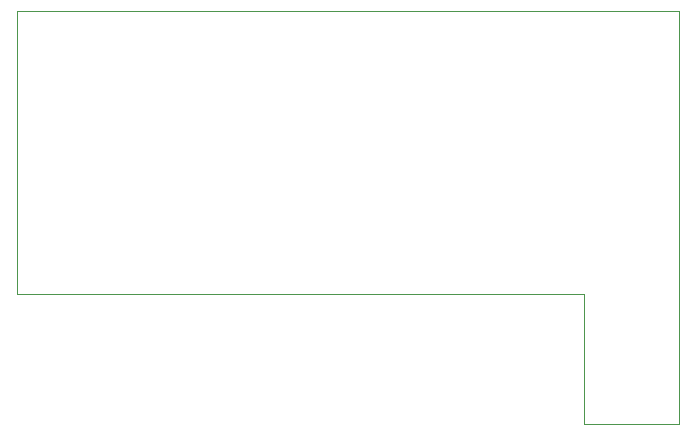
<source format=gko>
%FSLAX34Y34*%
G04 Gerber Fmt 3.4, Leading zero omitted, Abs format*
G04 (created by PCBNEW (2014-05-22 BZR 4881)-product) date Fri 30 May 2014 10:08:30 PM EDT*
%MOIN*%
G01*
G70*
G90*
G04 APERTURE LIST*
%ADD10C,0.003937*%
G04 APERTURE END LIST*
G54D10*
X58267Y-48818D02*
X39370Y-48818D01*
X58267Y-53149D02*
X58267Y-48818D01*
X61417Y-53149D02*
X58267Y-53149D01*
X61417Y-39370D02*
X61417Y-53149D01*
X39370Y-39370D02*
X39370Y-48818D01*
X39370Y-39370D02*
X61417Y-39370D01*
M02*

</source>
